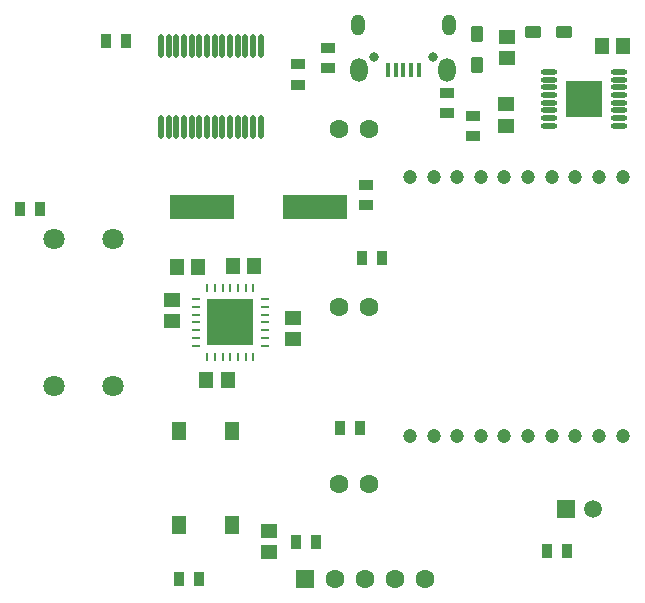
<source format=gbr>
%TF.GenerationSoftware,Altium Limited,Altium Designer,21.6.1 (37)*%
G04 Layer_Color=255*
%FSLAX43Y43*%
%MOMM*%
%TF.SameCoordinates,722F286E-688C-4CC3-9CBB-BCC5CCC684D6*%
%TF.FilePolarity,Positive*%
%TF.FileFunction,Pads,Top*%
%TF.Part,Single*%
G01*
G75*
%TA.AperFunction,SMDPad,CuDef*%
%ADD10R,0.850X1.300*%
%ADD11O,0.450X2.000*%
%ADD12R,1.200X1.400*%
%ADD13R,1.300X0.850*%
%ADD14O,1.400X0.450*%
%ADD15R,3.100X3.100*%
%ADD16R,0.450X1.300*%
%ADD17R,1.400X1.200*%
G04:AMPARAMS|DCode=18|XSize=1.4mm|YSize=1mm|CornerRadius=0.2mm|HoleSize=0mm|Usage=FLASHONLY|Rotation=90.000|XOffset=0mm|YOffset=0mm|HoleType=Round|Shape=RoundedRectangle|*
%AMROUNDEDRECTD18*
21,1,1.400,0.600,0,0,90.0*
21,1,1.000,1.000,0,0,90.0*
1,1,0.400,0.300,0.500*
1,1,0.400,0.300,-0.500*
1,1,0.400,-0.300,-0.500*
1,1,0.400,-0.300,0.500*
%
%ADD18ROUNDEDRECTD18*%
G04:AMPARAMS|DCode=19|XSize=1.4mm|YSize=1mm|CornerRadius=0.2mm|HoleSize=0mm|Usage=FLASHONLY|Rotation=0.000|XOffset=0mm|YOffset=0mm|HoleType=Round|Shape=RoundedRectangle|*
%AMROUNDEDRECTD19*
21,1,1.400,0.600,0,0,0.0*
21,1,1.000,1.000,0,0,0.0*
1,1,0.400,0.500,-0.300*
1,1,0.400,-0.500,-0.300*
1,1,0.400,-0.500,0.300*
1,1,0.400,0.500,0.300*
%
%ADD19ROUNDEDRECTD19*%
%ADD20R,3.930X3.930*%
%ADD21O,0.250X0.800*%
%ADD22O,0.800X0.250*%
%ADD23R,5.500X2.000*%
%ADD24R,1.300X1.550*%
%TA.AperFunction,ComponentPad*%
%ADD29O,1.450X2.000*%
%ADD30O,1.150X1.800*%
%ADD31C,0.800*%
%ADD32C,1.200*%
%ADD33C,1.600*%
%ADD34R,1.600X1.600*%
%ADD35R,1.500X1.500*%
%ADD36C,1.500*%
%ADD37C,1.800*%
D10*
X17150Y48213D02*
D03*
X15450D02*
D03*
X21590Y2667D02*
D03*
X23290D02*
D03*
X33235Y5842D02*
D03*
X31535D02*
D03*
X54444Y5080D02*
D03*
X52744D02*
D03*
X36950Y15500D02*
D03*
X35250D02*
D03*
X37084Y29845D02*
D03*
X38784D02*
D03*
X8167Y34036D02*
D03*
X9867D02*
D03*
D11*
X20062Y40950D02*
D03*
X20712D02*
D03*
X21362D02*
D03*
X22012D02*
D03*
X22662D02*
D03*
X23312D02*
D03*
X23962D02*
D03*
X24612D02*
D03*
X25262D02*
D03*
X25912D02*
D03*
X26562D02*
D03*
X27212D02*
D03*
X27862D02*
D03*
X28512D02*
D03*
X20062Y47850D02*
D03*
X20712D02*
D03*
X21362D02*
D03*
X22012D02*
D03*
X22662D02*
D03*
X23312D02*
D03*
X23962D02*
D03*
X24612D02*
D03*
X25262D02*
D03*
X25912D02*
D03*
X26562D02*
D03*
X27212D02*
D03*
X27862D02*
D03*
X28512D02*
D03*
D12*
X57400Y47800D02*
D03*
X59200D02*
D03*
X23200Y29135D02*
D03*
X21400D02*
D03*
X25711Y19558D02*
D03*
X23911D02*
D03*
X26152Y29210D02*
D03*
X27952D02*
D03*
D13*
X34207Y47650D02*
D03*
Y45950D02*
D03*
X31700Y46250D02*
D03*
Y44550D02*
D03*
X46450Y41913D02*
D03*
Y40213D02*
D03*
X44244Y43857D02*
D03*
Y42157D02*
D03*
X37465Y36029D02*
D03*
Y34329D02*
D03*
D14*
X52950Y41057D02*
D03*
Y41707D02*
D03*
Y42357D02*
D03*
Y43007D02*
D03*
Y43657D02*
D03*
Y44307D02*
D03*
Y45607D02*
D03*
Y44957D02*
D03*
X58850Y41057D02*
D03*
Y41707D02*
D03*
Y42357D02*
D03*
Y43007D02*
D03*
Y44307D02*
D03*
Y43657D02*
D03*
Y45607D02*
D03*
Y44957D02*
D03*
D15*
X55900Y43332D02*
D03*
D16*
X41900Y45791D02*
D03*
X39300D02*
D03*
X41250D02*
D03*
X40600D02*
D03*
X39950D02*
D03*
D17*
X49384Y46800D02*
D03*
Y48600D02*
D03*
X31242Y22976D02*
D03*
Y24776D02*
D03*
X21000Y26300D02*
D03*
Y24500D02*
D03*
X29210Y4942D02*
D03*
Y6742D02*
D03*
X49284Y42863D02*
D03*
Y41063D02*
D03*
D18*
X46800Y46200D02*
D03*
Y48800D02*
D03*
D19*
X51559Y49000D02*
D03*
X54159D02*
D03*
D20*
X25952Y24402D02*
D03*
D21*
X27902Y27302D02*
D03*
X27252D02*
D03*
X26602D02*
D03*
X25952D02*
D03*
X25302D02*
D03*
X24652D02*
D03*
X24002D02*
D03*
Y21502D02*
D03*
X24652D02*
D03*
X25302D02*
D03*
X25952D02*
D03*
X26602D02*
D03*
X27252D02*
D03*
X27902D02*
D03*
D22*
X23052Y26352D02*
D03*
Y25702D02*
D03*
Y25052D02*
D03*
Y24402D02*
D03*
Y23752D02*
D03*
Y23102D02*
D03*
Y22452D02*
D03*
X28852D02*
D03*
Y23102D02*
D03*
Y23752D02*
D03*
Y24402D02*
D03*
Y25052D02*
D03*
Y25702D02*
D03*
Y26352D02*
D03*
D23*
X23571Y34200D02*
D03*
X33071D02*
D03*
D24*
X26090Y15240D02*
D03*
X21590D02*
D03*
X26090Y7290D02*
D03*
X21590D02*
D03*
D29*
X44325Y45791D02*
D03*
X36875D02*
D03*
D30*
X44475Y49591D02*
D03*
X36725D02*
D03*
D31*
X43100Y46841D02*
D03*
X38100D02*
D03*
D32*
X41150Y14755D02*
D03*
X43150D02*
D03*
X45150D02*
D03*
X47150D02*
D03*
X49150D02*
D03*
X51150D02*
D03*
X53150D02*
D03*
X55150D02*
D03*
X57150D02*
D03*
X59150D02*
D03*
X41150Y36755D02*
D03*
X43150D02*
D03*
X45150D02*
D03*
X47150D02*
D03*
X49150D02*
D03*
X51150D02*
D03*
X53150D02*
D03*
X55150D02*
D03*
X57150D02*
D03*
X59150D02*
D03*
D33*
X42418Y2667D02*
D03*
X39878D02*
D03*
X37338D02*
D03*
X34798D02*
D03*
X35140Y40746D02*
D03*
X37680D02*
D03*
X35140Y25746D02*
D03*
X37680D02*
D03*
X35140Y10746D02*
D03*
X37680D02*
D03*
D34*
X32258Y2667D02*
D03*
D35*
X54359Y8636D02*
D03*
D36*
X56639D02*
D03*
D37*
X11010Y18996D02*
D03*
Y31496D02*
D03*
X16010Y18996D02*
D03*
Y31496D02*
D03*
%TF.MD5,8d0a5528251daf2529a58032932ad1ed*%
M02*

</source>
